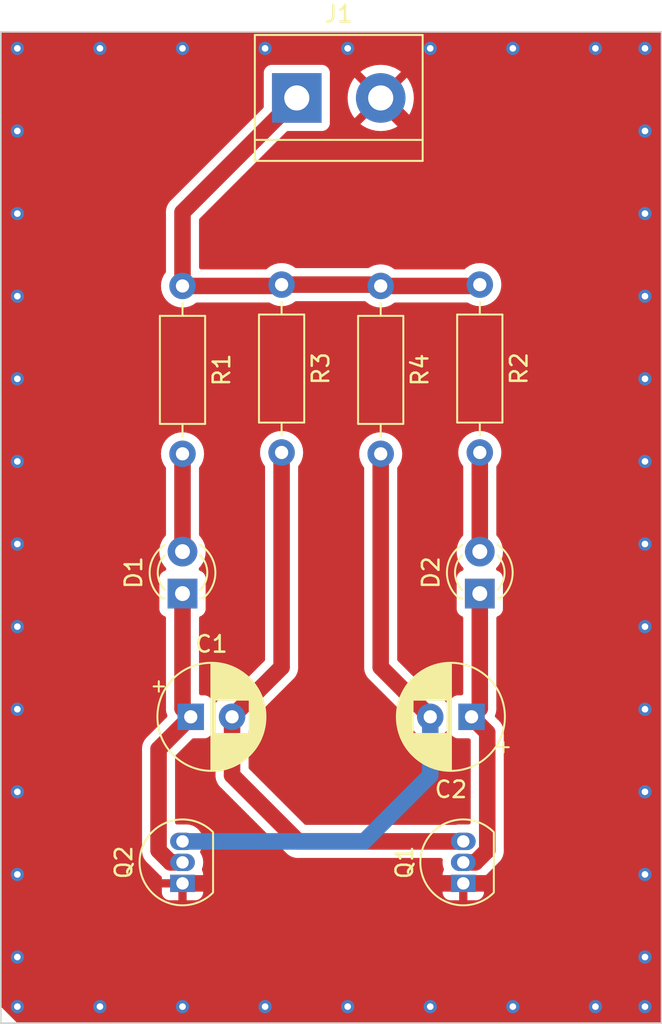
<source format=kicad_pcb>
(kicad_pcb (version 20221018) (generator pcbnew)
  (layers (0 "F.Cu" signal) (31 "B.Cu" signal) (34 "B.Paste" user) (35 "F.Paste" user) (36 "B.SilkS" user "B.Silkscreen") (37 "F.SilkS" user "F.Silkscreen") (38 "B.Mask" user) (39 "F.Mask" user) (44 "Edge.Cuts" user))
  (net 0 "")
  (net 1 "Net-(D1-K)")
  (net 2 "Net-(Q1-B)")
  (net 3 "Net-(D2-K)")
  (net 4 "Net-(Q2-B)")
  (net 5 "Net-(D1-A)")
  (net 6 "Net-(D2-A)")
  (net 7 "GND")
  (net 8 "VCC")
  (footprint "Package_TO_SOT_THT:TO-92_Inline" (layer "F.Cu") (at 110 102.54 90)
    (fp_text reference "Q2" (at 1.27 -3.56 90) (layer "F.SilkS"))
    (fp_text value "2SC1815")
    (fp_line (start -0.53 1.85) (end 3.07 1.85) (stroke (width 0.12)) (layer "F.SilkS"))
    (fp_arc (start -0.568478 1.838478) (mid -1.132087 -0.994977) (end 1.27 -2.6) (stroke (width 0.12)) (layer "F.SilkS"))
    (fp_arc (start 1.27 -2.6) (mid 3.672087 -0.994977) (end 3.108478 1.838478) (stroke (width 0.12)) (layer "F.SilkS"))
    (pad "1" thru_hole rect (at 0 0 90) (size 1.05 1.5) (drill 0.75) (layers "*.Cu" "*.Mask") (net 7 "GND"))
    (pad "2" thru_hole oval (at 1.27 0 90) (size 1.05 1.5) (drill 0.75) (layers "*.Cu" "*.Mask") (net 1 "Net-(D1-K)"))
    (pad "3" thru_hole oval (at 2.54 0 90) (size 1.05 1.5) (drill 0.75) (layers "*.Cu" "*.Mask") (net 4 "Net-(Q2-B)"))
  )
  (footprint "LED_THT:LED_D3.0mm" (layer "F.Cu") (at 110 85 90)
    (fp_text reference "D1" (at 1.27 -2.96 90) (layer "F.SilkS"))
    (fp_text value "LED")
    (fp_line (start -0.29 -1.236) (end -0.29 -1.08) (stroke (width 0.12)) (layer "F.SilkS"))
    (fp_line (start -0.29 1.08) (end -0.29 1.236) (stroke (width 0.12)) (layer "F.SilkS"))
    (fp_arc (start -0.29 -1.235516) (mid 1.366487 -1.987659) (end 2.942335 -1.078608) (stroke (width 0.12)) (layer "F.SilkS"))
    (fp_arc (start 0.229039 -1.08) (mid 1.270117 -1.5) (end 2.31113 -1.079837) (stroke (width 0.12)) (layer "F.SilkS"))
    (fp_arc (start 2.31113 1.079837) (mid 1.270117 1.5) (end 0.229039 1.08) (stroke (width 0.12)) (layer "F.SilkS"))
    (fp_arc (start 2.942335 1.078608) (mid 1.366487 1.987659) (end -0.29 1.235516) (stroke (width 0.12)) (layer "F.SilkS"))
    (pad "1" thru_hole rect (at 0 0 90) (size 1.8 1.8) (drill 0.9) (layers "*.Cu" "*.Mask") (net 1 "Net-(D1-K)"))
    (pad "2" thru_hole circle (at 2.54 0 90) (size 1.8 1.8) (drill 0.9) (layers "*.Cu" "*.Mask") (net 5 "Net-(D1-A)"))
  )
  (footprint "Resistor_THT:R_Axial_DIN0207_L6.3mm_D2.5mm_P10.16mm_Horizontal" (layer "F.Cu") (at 128 66.3 -90)
    (fp_text reference "R2" (at 5.08 -2.37 90) (layer "F.SilkS"))
    (fp_text value "100")
    (fp_line (start 1.04 0) (end 1.81 0) (stroke (width 0.12)) (layer "F.SilkS"))
    (fp_line (start 1.81 -1.37) (end 1.81 1.37) (stroke (width 0.12)) (layer "F.SilkS"))
    (fp_line (start 1.81 1.37) (end 8.35 1.37) (stroke (width 0.12)) (layer "F.SilkS"))
    (fp_line (start 8.35 -1.37) (end 1.81 -1.37) (stroke (width 0.12)) (layer "F.SilkS"))
    (fp_line (start 8.35 1.37) (end 8.35 -1.37) (stroke (width 0.12)) (layer "F.SilkS"))
    (fp_line (start 9.12 0) (end 8.35 0) (stroke (width 0.12)) (layer "F.SilkS"))
    (pad "1" thru_hole circle (at 0 0 270) (size 1.6 1.6) (drill 0.8) (layers "*.Cu" "*.Mask") (net 8 "VCC"))
    (pad "2" thru_hole oval (at 10.16 0 270) (size 1.6 1.6) (drill 0.8) (layers "*.Cu" "*.Mask") (net 6 "Net-(D2-A)"))
  )
  (footprint "Package_TO_SOT_THT:TO-92_Inline" (layer "F.Cu") (at 127 102.54 90)
    (fp_text reference "Q1" (at 1.27 -3.56 90) (layer "F.SilkS"))
    (fp_text value "2SC1815")
    (fp_line (start -0.53 1.85) (end 3.07 1.85) (stroke (width 0.12)) (layer "F.SilkS"))
    (fp_arc (start -0.568478 1.838478) (mid -1.132087 -0.994977) (end 1.27 -2.6) (stroke (width 0.12)) (layer "F.SilkS"))
    (fp_arc (start 1.27 -2.6) (mid 3.672087 -0.994977) (end 3.108478 1.838478) (stroke (width 0.12)) (layer "F.SilkS"))
    (pad "1" thru_hole rect (at 0 0 90) (size 1.05 1.5) (drill 0.75) (layers "*.Cu" "*.Mask") (net 7 "GND"))
    (pad "2" thru_hole oval (at 1.27 0 90) (size 1.05 1.5) (drill 0.75) (layers "*.Cu" "*.Mask") (net 3 "Net-(D2-K)"))
    (pad "3" thru_hole oval (at 2.54 0 90) (size 1.05 1.5) (drill 0.75) (layers "*.Cu" "*.Mask") (net 2 "Net-(Q1-B)"))
  )
  (footprint "Capacitor_THT:CP_Radial_D6.3mm_P2.50mm" (layer "F.Cu") (at 110.5 92.46)
    (fp_text reference "C1" (at 1.25 -4.4) (layer "F.SilkS"))
    (fp_text value "100uF")
    (fp_line (start -2.250241 -1.839) (end -1.620241 -1.839) (stroke (width 0.12)) (layer "F.SilkS"))
    (fp_line (start -1.935241 -2.154) (end -1.935241 -1.524) (stroke (width 0.12)) (layer "F.SilkS"))
    (fp_line (start 1.25 -3.23) (end 1.25 3.23) (stroke (width 0.12)) (layer "F.SilkS"))
    (fp_line (start 1.29 -3.23) (end 1.29 3.23) (stroke (width 0.12)) (layer "F.SilkS"))
    (fp_line (start 1.33 -3.23) (end 1.33 3.23) (stroke (width 0.12)) (layer "F.SilkS"))
    (fp_line (start 1.37 -3.228) (end 1.37 3.228) (stroke (width 0.12)) (layer "F.SilkS"))
    (fp_line (start 1.41 -3.227) (end 1.41 3.227) (stroke (width 0.12)) (layer "F.SilkS"))
    (fp_line (start 1.45 -3.224) (end 1.45 3.224) (stroke (width 0.12)) (layer "F.SilkS"))
    (fp_line (start 1.49 -3.222) (end 1.49 -1.04) (stroke (width 0.12)) (layer "F.SilkS"))
    (fp_line (start 1.49 1.04) (end 1.49 3.222) (stroke (width 0.12)) (layer "F.SilkS"))
    (fp_line (start 1.53 -3.218) (end 1.53 -1.04) (stroke (width 0.12)) (layer "F.SilkS"))
    (fp_line (start 1.53 1.04) (end 1.53 3.218) (stroke (width 0.12)) (layer "F.SilkS"))
    (fp_line (start 1.57 -3.215) (end 1.57 -1.04) (stroke (width 0.12)) (layer "F.SilkS"))
    (fp_line (start 1.57 1.04) (end 1.57 3.215) (stroke (width 0.12)) (layer "F.SilkS"))
    (fp_line (start 1.61 -3.211) (end 1.61 -1.04) (stroke (width 0.12)) (layer "F.SilkS"))
    (fp_line (start 1.61 1.04) (end 1.61 3.211) (stroke (width 0.12)) (layer "F.SilkS"))
    (fp_line (start 1.65 -3.206) (end 1.65 -1.04) (stroke (width 0.12)) (layer "F.SilkS"))
    (fp_line (start 1.65 1.04) (end 1.65 3.206) (stroke (width 0.12)) (layer "F.SilkS"))
    (fp_line (start 1.69 -3.201) (end 1.69 -1.04) (stroke (width 0.12)) (layer "F.SilkS"))
    (fp_line (start 1.69 1.04) (end 1.69 3.201) (stroke (width 0.12)) (layer "F.SilkS"))
    (fp_line (start 1.73 -3.195) (end 1.73 -1.04) (stroke (width 0.12)) (layer "F.SilkS"))
    (fp_line (start 1.73 1.04) (end 1.73 3.195) (stroke (width 0.12)) (layer "F.SilkS"))
    (fp_line (start 1.77 -3.189) (end 1.77 -1.04) (stroke (width 0.12)) (layer "F.SilkS"))
    (fp_line (start 1.77 1.04) (end 1.77 3.189) (stroke (width 0.12)) (layer "F.SilkS"))
    (fp_line (start 1.81 -3.182) (end 1.81 -1.04) (stroke (width 0.12)) (layer "F.SilkS"))
    (fp_line (start 1.81 1.04) (end 1.81 3.182) (stroke (width 0.12)) (layer "F.SilkS"))
    (fp_line (start 1.85 -3.175) (end 1.85 -1.04) (stroke (width 0.12)) (layer "F.SilkS"))
    (fp_line (start 1.85 1.04) (end 1.85 3.175) (stroke (width 0.12)) (layer "F.SilkS"))
    (fp_line (start 1.89 -3.167) (end 1.89 -1.04) (stroke (width 0.12)) (layer "F.SilkS"))
    (fp_line (start 1.89 1.04) (end 1.89 3.167) (stroke (width 0.12)) (layer "F.SilkS"))
    (fp_line (start 1.93 -3.159) (end 1.93 -1.04) (stroke (width 0.12)) (layer "F.SilkS"))
    (fp_line (start 1.93 1.04) (end 1.93 3.159) (stroke (width 0.12)) (layer "F.SilkS"))
    (fp_line (start 1.971 -3.15) (end 1.971 -1.04) (stroke (width 0.12)) (layer "F.SilkS"))
    (fp_line (start 1.971 1.04) (end 1.971 3.15) (stroke (width 0.12)) (layer "F.SilkS"))
    (fp_line (start 2.011 -3.141) (end 2.011 -1.04) (stroke (width 0.12)) (layer "F.SilkS"))
    (fp_line (start 2.011 1.04) (end 2.011 3.141) (stroke (width 0.12)) (layer "F.SilkS"))
    (fp_line (start 2.051 -3.131) (end 2.051 -1.04) (stroke (width 0.12)) (layer "F.SilkS"))
    (fp_line (start 2.051 1.04) (end 2.051 3.131) (stroke (width 0.12)) (layer "F.SilkS"))
    (fp_line (start 2.091 -3.121) (end 2.091 -1.04) (stroke (width 0.12)) (layer "F.SilkS"))
    (fp_line (start 2.091 1.04) (end 2.091 3.121) (stroke (width 0.12)) (layer "F.SilkS"))
    (fp_line (start 2.131 -3.11) (end 2.131 -1.04) (stroke (width 0.12)) (layer "F.SilkS"))
    (fp_line (start 2.131 1.04) (end 2.131 3.11) (stroke (width 0.12)) (layer "F.SilkS"))
    (fp_line (start 2.171 -3.098) (end 2.171 -1.04) (stroke (width 0.12)) (layer "F.SilkS"))
    (fp_line (start 2.171 1.04) (end 2.171 3.098) (stroke (width 0.12)) (layer "F.SilkS"))
    (fp_line (start 2.211 -3.086) (end 2.211 -1.04) (stroke (width 0.12)) (layer "F.SilkS"))
    (fp_line (start 2.211 1.04) (end 2.211 3.086) (stroke (width 0.12)) (layer "F.SilkS"))
    (fp_line (start 2.251 -3.074) (end 2.251 -1.04) (stroke (width 0.12)) (layer "F.SilkS"))
    (fp_line (start 2.251 1.04) (end 2.251 3.074) (stroke (width 0.12)) (layer "F.SilkS"))
    (fp_line (start 2.291 -3.061) (end 2.291 -1.04) (stroke (width 0.12)) (layer "F.SilkS"))
    (fp_line (start 2.291 1.04) (end 2.291 3.061) (stroke (width 0.12)) (layer "F.SilkS"))
    (fp_line (start 2.331 -3.047) (end 2.331 -1.04) (stroke (width 0.12)) (layer "F.SilkS"))
    (fp_line (start 2.331 1.04) (end 2.331 3.047) (stroke (width 0.12)) (layer "F.SilkS"))
    (fp_line (start 2.371 -3.033) (end 2.371 -1.04) (stroke (width 0.12)) (layer "F.SilkS"))
    (fp_line (start 2.371 1.04) (end 2.371 3.033) (stroke (width 0.12)) (layer "F.SilkS"))
    (fp_line (start 2.411 -3.018) (end 2.411 -1.04) (stroke (width 0.12)) (layer "F.SilkS"))
    (fp_line (start 2.411 1.04) (end 2.411 3.018) (stroke (width 0.12)) (layer "F.SilkS"))
    (fp_line (start 2.451 -3.002) (end 2.451 -1.04) (stroke (width 0.12)) (layer "F.SilkS"))
    (fp_line (start 2.451 1.04) (end 2.451 3.002) (stroke (width 0.12)) (layer "F.SilkS"))
    (fp_line (start 2.491 -2.986) (end 2.491 -1.04) (stroke (width 0.12)) (layer "F.SilkS"))
    (fp_line (start 2.491 1.04) (end 2.491 2.986) (stroke (width 0.12)) (layer "F.SilkS"))
    (fp_line (start 2.531 -2.97) (end 2.531 -1.04) (stroke (width 0.12)) (layer "F.SilkS"))
    (fp_line (start 2.531 1.04) (end 2.531 2.97) (stroke (width 0.12)) (layer "F.SilkS"))
    (fp_line (start 2.571 -2.952) (end 2.571 -1.04) (stroke (width 0.12)) (layer "F.SilkS"))
    (fp_line (start 2.571 1.04) (end 2.571 2.952) (stroke (width 0.12)) (layer "F.SilkS"))
    (fp_line (start 2.611 -2.934) (end 2.611 -1.04) (stroke (width 0.12)) (layer "F.SilkS"))
    (fp_line (start 2.611 1.04) (end 2.611 2.934) (stroke (width 0.12)) (layer "F.SilkS"))
    (fp_line (start 2.651 -2.916) (end 2.651 -1.04) (stroke (width 0.12)) (layer "F.SilkS"))
    (fp_line (start 2.651 1.04) (end 2.651 2.916) (stroke (width 0.12)) (layer "F.SilkS"))
    (fp_line (start 2.691 -2.896) (end 2.691 -1.04) (stroke (width 0.12)) (layer "F.SilkS"))
    (fp_line (start 2.691 1.04) (end 2.691 2.896) (stroke (width 0.12)) (layer "F.SilkS"))
    (fp_line (start 2.731 -2.876) (end 2.731 -1.04) (stroke (width 0.12)) (layer "F.SilkS"))
    (fp_line (start 2.731 1.04) (end 2.731 2.876) (stroke (width 0.12)) (layer "F.SilkS"))
    (fp_line (start 2.771 -2.856) (end 2.771 -1.04) (stroke (width 0.12)) (layer "F.SilkS"))
    (fp_line (start 2.771 1.04) (end 2.771 2.856) (stroke (width 0.12)) (layer "F.SilkS"))
    (fp_line (start 2.811 -2.834) (end 2.811 -1.04) (stroke (width 0.12)) (layer "F.SilkS"))
    (fp_line (start 2.811 1.04) (end 2.811 2.834) (stroke (width 0.12)) (layer "F.SilkS"))
    (fp_line (start 2.851 -2.812) (end 2.851 -1.04) (stroke (width 0.12)) (layer "F.SilkS"))
    (fp_line (start 2.851 1.04) (end 2.851 2.812) (stroke (width 0.12)) (layer "F.SilkS"))
    (fp_line (start 2.891 -2.79) (end 2.891 -1.04) (stroke (width 0.12)) (layer "F.SilkS"))
    (fp_line (start 2.891 1.04) (end 2.891 2.79) (stroke (width 0.12)) (layer "F.SilkS"))
    (fp_line (start 2.931 -2.766) (end 2.931 -1.04) (stroke (width 0.12)) (layer "F.SilkS"))
    (fp_line (start 2.931 1.04) (end 2.931 2.766) (stroke (width 0.12)) (layer "F.SilkS"))
    (fp_line (start 2.971 -2.742) (end 2.971 -1.04) (stroke (width 0.12)) (layer "F.SilkS"))
    (fp_line (start 2.971 1.04) (end 2.971 2.742) (stroke (width 0.12)) (layer "F.SilkS"))
    (fp_line (start 3.011 -2.716) (end 3.011 -1.04) (stroke (width 0.12)) (layer "F.SilkS"))
    (fp_line (start 3.011 1.04) (end 3.011 2.716) (stroke (width 0.12)) (layer "F.SilkS"))
    (fp_line (start 3.051 -2.69) (end 3.051 -1.04) (stroke (width 0.12)) (layer "F.SilkS"))
    (fp_line (start 3.051 1.04) (end 3.051 2.69) (stroke (width 0.12)) (layer "F.SilkS"))
    (fp_line (start 3.091 -2.664) (end 3.091 -1.04) (stroke (width 0.12)) (layer "F.SilkS"))
    (fp_line (start 3.091 1.04) (end 3.091 2.664) (stroke (width 0.12)) (layer "F.SilkS"))
    (fp_line (start 3.131 -2.636) (end 3.131 -1.04) (stroke (width 0.12)) (layer "F.SilkS"))
    (fp_line (start 3.131 1.04) (end 3.131 2.636) (stroke (width 0.12)) (layer "F.SilkS"))
    (fp_line (start 3.171 -2.607) (end 3.171 -1.04) (stroke (width 0.12)) (layer "F.SilkS"))
    (fp_line (start 3.171 1.04) (end 3.171 2.607) (stroke (width 0.12)) (layer "F.SilkS"))
    (fp_line (start 3.211 -2.578) (end 3.211 -1.04) (stroke (width 0.12)) (layer "F.SilkS"))
    (fp_line (start 3.211 1.04) (end 3.211 2.578) (stroke (width 0.12)) (layer "F.SilkS"))
    (fp_line (start 3.251 -2.548) (end 3.251 -1.04) (stroke (width 0.12)) (layer "F.SilkS"))
    (fp_line (start 3.251 1.04) (end 3.251 2.548) (stroke (width 0.12)) (layer "F.SilkS"))
    (fp_line (start 3.291 -2.516) (end 3.291 -1.04) (stroke (width 0.12)) (layer "F.SilkS"))
    (fp_line (start 3.291 1.04) (end 3.291 2.516) (stroke (width 0.12)) (layer "F.SilkS"))
    (fp_line (start 3.331 -2.484) (end 3.331 -1.04) (stroke (width 0.12)) (layer "F.SilkS"))
    (fp_line (start 3.331 1.04) (end 3.331 2.484) (stroke (width 0.12)) (layer "F.SilkS"))
    (fp_line (start 3.371 -2.45) (end 3.371 -1.04) (stroke (width 0.12)) (layer "F.SilkS"))
    (fp_line (start 3.371 1.04) (end 3.371 2.45) (stroke (width 0.12)) (layer "F.SilkS"))
    (fp_line (start 3.411 -2.416) (end 3.411 -1.04) (stroke (width 0.12)) (layer "F.SilkS"))
    (fp_line (start 3.411 1.04) (end 3.411 2.416) (stroke (width 0.12)) (layer "F.SilkS"))
    (fp_line (start 3.451 -2.38) (end 3.451 -1.04) (stroke (width 0.12)) (layer "F.SilkS"))
    (fp_line (start 3.451 1.04) (end 3.451 2.38) (stroke (width 0.12)) (layer "F.SilkS"))
    (fp_line (start 3.491 -2.343) (end 3.491 -1.04) (stroke (width 0.12)) (layer "F.SilkS"))
    (fp_line (start 3.491 1.04) (end 3.491 2.343) (stroke (width 0.12)) (layer "F.SilkS"))
    (fp_line (start 3.531 -2.305) (end 3.531 -1.04) (stroke (width 0.12)) (layer "F.SilkS"))
    (fp_line (start 3.531 1.04) (end 3.531 2.305) (stroke (width 0.12)) (layer "F.SilkS"))
    (fp_line (start 3.571 -2.265) (end 3.571 2.265) (stroke (width 0.12)) (layer "F.SilkS"))
    (fp_line (start 3.611 -2.224) (end 3.611 2.224) (stroke (width 0.12)) (layer "F.SilkS"))
    (fp_line (start 3.651 -2.182) (end 3.651 2.182) (stroke (width 0.12)) (layer "F.SilkS"))
    (fp_line (start 3.691 -2.137) (end 3.691 2.137) (stroke (width 0.12)) (layer "F.SilkS"))
    (fp_line (start 3.731 -2.092) (end 3.731 2.092) (stroke (width 0.12)) (layer "F.SilkS"))
    (fp_line (start 3.771 -2.044) (end 3.771 2.044) (stroke (width 0.12)) (layer "F.SilkS"))
    (fp_line (start 3.811 -1.995) (end 3.811 1.995) (stroke (width 0.12)) (layer "F.SilkS"))
    (fp_line (start 3.851 -1.944) (end 3.851 1.944) (stroke (width 0.12)) (layer "F.SilkS"))
    (fp_line (start 3.891 -1.89) (end 3.891 1.89) (stroke (width 0.12)) (layer "F.SilkS"))
    (fp_line (start 3.931 -1.834) (end 3.931 1.834) (stroke (width 0.12)) (layer "F.SilkS"))
    (fp_line (start 3.971 -1.776) (end 3.971 1.776) (stroke (width 0.12)) (layer "F.SilkS"))
    (fp_line (start 4.011 -1.714) (end 4.011 1.714) (stroke (width 0.12)) (layer "F.SilkS"))
    (fp_line (start 4.051 -1.65) (end 4.051 1.65) (stroke (width 0.12)) (layer "F.SilkS"))
    (fp_line (start 4.091 -1.581) (end 4.091 1.581) (stroke (width 0.12)) (layer "F.SilkS"))
    (fp_line (start 4.131 -1.509) (end 4.131 1.509) (stroke (width 0.12)) (layer "F.SilkS"))
    (fp_line (start 4.171 -1.432) (end 4.171 1.432) (stroke (width 0.12)) (layer "F.SilkS"))
    (fp_line (start 4.211 -1.35) (end 4.211 1.35) (stroke (width 0.12)) (layer "F.SilkS"))
    (fp_line (start 4.251 -1.262) (end 4.251 1.262) (stroke (width 0.12)) (layer "F.SilkS"))
    (fp_line (start 4.291 -1.165) (end 4.291 1.165) (stroke (width 0.12)) (layer "F.SilkS"))
    (fp_line (start 4.331 -1.059) (end 4.331 1.059) (stroke (width 0.12)) (layer "F.SilkS"))
    (fp_line (start 4.371 -0.94) (end 4.371 0.94) (stroke (width 0.12)) (layer "F.SilkS"))
    (fp_line (start 4.411 -0.802) (end 4.411 0.802) (stroke (width 0.12)) (layer "F.SilkS"))
    (fp_line (start 4.451 -0.633) (end 4.451 0.633) (stroke (width 0.12)) (layer "F.SilkS"))
    (fp_line (start 4.491 -0.402) (end 4.491 0.402) (stroke (width 0.12)) (layer "F.SilkS"))
    (fp_circle (center 1.25 0) (end 4.52 0) (stroke (width 0.12)) (fill none) (layer "F.SilkS"))
    (pad "1" thru_hole rect (at 0 0) (size 1.6 1.6) (drill 0.8) (layers "*.Cu" "*.Mask") (net 1 "Net-(D1-K)"))
    (pad "2" thru_hole circle (at 2.5 0) (size 1.6 1.6) (drill 0.8) (layers "*.Cu" "*.Mask") (net 2 "Net-(Q1-B)"))
  )
  (footprint "Resistor_THT:R_Axial_DIN0207_L6.3mm_D2.5mm_P10.16mm_Horizontal" (layer "F.Cu") (at 110 66.38 -90)
    (fp_text reference "R1" (at 5.08 -2.37 90) (layer "F.SilkS"))
    (fp_text value "100")
    (fp_line (start 1.04 0) (end 1.81 0) (stroke (width 0.12)) (layer "F.SilkS"))
    (fp_line (start 1.81 -1.37) (end 1.81 1.37) (stroke (width 0.12)) (layer "F.SilkS"))
    (fp_line (start 1.81 1.37) (end 8.35 1.37) (stroke (width 0.12)) (layer "F.SilkS"))
    (fp_line (start 8.35 -1.37) (end 1.81 -1.37) (stroke (width 0.12)) (layer "F.SilkS"))
    (fp_line (start 8.35 1.37) (end 8.35 -1.37) (stroke (width 0.12)) (layer "F.SilkS"))
    (fp_line (start 9.12 0) (end 8.35 0) (stroke (width 0.12)) (layer "F.SilkS"))
    (pad "1" thru_hole circle (at 0 0 270) (size 1.6 1.6) (drill 0.8) (layers "*.Cu" "*.Mask") (net 8 "VCC"))
    (pad "2" thru_hole oval (at 10.16 0 270) (size 1.6 1.6) (drill 0.8) (layers "*.Cu" "*.Mask") (net 5 "Net-(D1-A)"))
  )
  (footprint "LED_THT:LED_D3.0mm" (layer "F.Cu") (at 128 85 90)
    (fp_text reference "D2" (at 1.27 -2.96 90) (layer "F.SilkS"))
    (fp_text value "LED")
    (fp_line (start -0.29 -1.236) (end -0.29 -1.08) (stroke (width 0.12)) (layer "F.SilkS"))
    (fp_line (start -0.29 1.08) (end -0.29 1.236) (stroke (width 0.12)) (layer "F.SilkS"))
    (fp_arc (start -0.29 -1.235516) (mid 1.366487 -1.987659) (end 2.942335 -1.078608) (stroke (width 0.12)) (layer "F.SilkS"))
    (fp_arc (start 0.229039 -1.08) (mid 1.270117 -1.5) (end 2.31113 -1.079837) (stroke (width 0.12)) (layer "F.SilkS"))
    (fp_arc (start 2.31113 1.079837) (mid 1.270117 1.5) (end 0.229039 1.08) (stroke (width 0.12)) (layer "F.SilkS"))
    (fp_arc (start 2.942335 1.078608) (mid 1.366487 1.987659) (end -0.29 1.235516) (stroke (width 0.12)) (layer "F.SilkS"))
    (pad "1" thru_hole rect (at 0 0 90) (size 1.8 1.8) (drill 0.9) (layers "*.Cu" "*.Mask") (net 3 "Net-(D2-K)"))
    (pad "2" thru_hole circle (at 2.54 0 90) (size 1.8 1.8) (drill 0.9) (layers "*.Cu" "*.Mask") (net 6 "Net-(D2-A)"))
  )
  (footprint "Resistor_THT:R_Axial_DIN0207_L6.3mm_D2.5mm_P10.16mm_Horizontal" (layer "F.Cu") (at 116 66.3 -90)
    (fp_text reference "R3" (at 5.08 -2.37 90) (layer "F.SilkS"))
    (fp_text value "10k")
    (fp_line (start 1.04 0) (end 1.81 0) (stroke (width 0.12)) (layer "F.SilkS"))
    (fp_line (start 1.81 -1.37) (end 1.81 1.37) (stroke (width 0.12)) (layer "F.SilkS"))
    (fp_line (start 1.81 1.37) (end 8.35 1.37) (stroke (width 0.12)) (layer "F.SilkS"))
    (fp_line (start 8.35 -1.37) (end 1.81 -1.37) (stroke (width 0.12)) (layer "F.SilkS"))
    (fp_line (start 8.35 1.37) (end 8.35 -1.37) (stroke (width 0.12)) (layer "F.SilkS"))
    (fp_line (start 9.12 0) (end 8.35 0) (stroke (width 0.12)) (layer "F.SilkS"))
    (pad "1" thru_hole circle (at 0 0 270) (size 1.6 1.6) (drill 0.8) (layers "*.Cu" "*.Mask") (net 8 "VCC"))
    (pad "2" thru_hole oval (at 10.16 0 270) (size 1.6 1.6) (drill 0.8) (layers "*.Cu" "*.Mask") (net 2 "Net-(Q1-B)"))
  )
  (footprint "Resistor_THT:R_Axial_DIN0207_L6.3mm_D2.5mm_P10.16mm_Horizontal" (layer "F.Cu") (at 122 66.38 -90)
    (fp_text reference "R4" (at 5.08 -2.37 90) (layer "F.SilkS"))
    (fp_text value "10k")
    (fp_line (start 1.04 0) (end 1.81 0) (stroke (width 0.12)) (layer "F.SilkS"))
    (fp_line (start 1.81 -1.37) (end 1.81 1.37) (stroke (width 0.12)) (layer "F.SilkS"))
    (fp_line (start 1.81 1.37) (end 8.35 1.37) (stroke (width 0.12)) (layer "F.SilkS"))
    (fp_line (start 8.35 -1.37) (end 1.81 -1.37) (stroke (width 0.12)) (layer "F.SilkS"))
    (fp_line (start 8.35 1.37) (end 8.35 -1.37) (stroke (width 0.12)) (layer "F.SilkS"))
    (fp_line (start 9.12 0) (end 8.35 0) (stroke (width 0.12)) (layer "F.SilkS"))
    (pad "1" thru_hole circle (at 0 0 270) (size 1.6 1.6) (drill 0.8) (layers "*.Cu" "*.Mask") (net 8 "VCC"))
    (pad "2" thru_hole oval (at 10.16 0 270) (size 1.6 1.6) (drill 0.8) (layers "*.Cu" "*.Mask") (net 4 "Net-(Q2-B)"))
  )
  (footprint "TerminalBlock:TerminalBlock_bornier-2_P5.08mm" (layer "F.Cu") (at 116.92 55)
    (fp_text reference "J1" (at 2.54 -5.08) (layer "F.SilkS"))
    (fp_text value "Screw_Terminal_01x02")
    (fp_line (start -2.54 -3.81) (end -2.54 3.81) (stroke (width 0.12)) (layer "F.SilkS"))
    (fp_line (start -2.54 3.81) (end 7.62 3.81) (stroke (width 0.12)) (layer "F.SilkS"))
    (fp_line (start 7.62 -3.81) (end -2.54 -3.81) (stroke (width 0.12)) (layer "F.SilkS"))
    (fp_line (start 7.62 2.54) (end -2.54 2.54) (stroke (width 0.12)) (layer "F.SilkS"))
    (fp_line (start 7.62 3.81) (end 7.62 -3.81) (stroke (width 0.12)) (layer "F.SilkS"))
    (pad "1" thru_hole rect (at 0 0) (size 3 3) (drill 1.52) (layers "*.Cu" "*.Mask") (net 8 "VCC"))
    (pad "2" thru_hole circle (at 5.08 0) (size 3 3) (drill 1.52) (layers "*.Cu" "*.Mask") (net 7 "GND"))
  )
  (footprint "Capacitor_THT:CP_Radial_D6.3mm_P2.50mm" (layer "F.Cu") (at 127.5 92.46 180)
    (fp_text reference "C2" (at 1.25 -4.4) (layer "F.SilkS"))
    (fp_text value "100uF")
    (fp_line (start -2.250241 -1.839) (end -1.620241 -1.839) (stroke (width 0.12)) (layer "F.SilkS"))
    (fp_line (start -1.935241 -2.154) (end -1.935241 -1.524) (stroke (width 0.12)) (layer "F.SilkS"))
    (fp_line (start 1.25 -3.23) (end 1.25 3.23) (stroke (width 0.12)) (layer "F.SilkS"))
    (fp_line (start 1.29 -3.23) (end 1.29 3.23) (stroke (width 0.12)) (layer "F.SilkS"))
    (fp_line (start 1.33 -3.23) (end 1.33 3.23) (stroke (width 0.12)) (layer "F.SilkS"))
    (fp_line (start 1.37 -3.228) (end 1.37 3.228) (stroke (width 0.12)) (layer "F.SilkS"))
    (fp_line (start 1.41 -3.227) (end 1.41 3.227) (stroke (width 0.12)) (layer "F.SilkS"))
    (fp_line (start 1.45 -3.224) (end 1.45 3.224) (stroke (width 0.12)) (layer "F.SilkS"))
    (fp_line (start 1.49 -3.222) (end 1.49 -1.04) (stroke (width 0.12)) (layer "F.SilkS"))
    (fp_line (start 1.49 1.04) (end 1.49 3.222) (stroke (width 0.12)) (layer "F.SilkS"))
    (fp_line (start 1.53 -3.218) (end 1.53 -1.04) (stroke (width 0.12)) (layer "F.SilkS"))
    (fp_line (start 1.53 1.04) (end 1.53 3.218) (stroke (width 0.12)) (layer "F.SilkS"))
    (fp_line (start 1.57 -3.215) (end 1.57 -1.04) (stroke (width 0.12)) (layer "F.SilkS"))
    (fp_line (start 1.57 1.04) (end 1.57 3.215) (stroke (width 0.12)) (layer "F.SilkS"))
    (fp_line (start 1.61 -3.211) (end 1.61 -1.04) (stroke (width 0.12)) (layer "F.SilkS"))
    (fp_line (start 1.61 1.04) (end 1.61 3.211) (stroke (width 0.12)) (layer "F.SilkS"))
    (fp_line (start 1.65 -3.206) (end 1.65 -1.04) (stroke (width 0.12)) (layer "F.SilkS"))
    (fp_line (start 1.65 1.04) (end 1.65 3.206) (stroke (width 0.12)) (layer "F.SilkS"))
    (fp_line (start 1.69 -3.201) (end 1.69 -1.04) (stroke (width 0.12)) (layer "F.SilkS"))
    (fp_line (start 1.69 1.04) (end 1.69 3.201) (stroke (width 0.12)) (layer "F.SilkS"))
    (fp_line (start 1.73 -3.195) (end 1.73 -1.04) (stroke (width 0.12)) (layer "F.SilkS"))
    (fp_line (start 1.73 1.04) (end 1.73 3.195) (stroke (width 0.12)) (layer "F.SilkS"))
    (fp_line (start 1.77 -3.189) (end 1.77 -1.04) (stroke (width 0.12)) (layer "F.SilkS"))
    (fp_line (start 1.77 1.04) (end 1.77 3.189) (stroke (width 0.12)) (layer "F.SilkS"))
    (fp_line (start 1.81 -3.182) (end 1.81 -1.04) (stroke (width 0.12)) (layer "F.SilkS"))
    (fp_line (start 1.81 1.04) (end 1.81 3.182) (stroke (width 0.12)) (layer "F.SilkS"))
    (fp_line (start 1.85 -3.175) (end 1.85 -1.04) (stroke (width 0.12)) (layer "F.SilkS"))
    (fp_line (start 1.85 1.04) (end 1.85 3.175) (stroke (width 0.12)) (layer "F.SilkS"))
    (fp_line (start 1.89 -3.167) (end 1.89 -1.04) (stroke (width 0.12)) (layer "F.SilkS"))
    (fp_line (start 1.89 1.04) (end 1.89 3.167) (stroke (width 0.12)) (layer "F.SilkS"))
    (fp_line (start 1.93 -3.159) (end 1.93 -1.04) (stroke (width 0.12)) (layer "F.SilkS"))
    (fp_line (start 1.93 1.04) (end 1.93 3.159) (stroke (width 0.12)) (layer "F.SilkS"))
    (fp_line (start 1.971 -3.15) (end 1.971 -1.04) (stroke (width 0.12)) (layer "F.SilkS"))
    (fp_line (start 1.971 1.04) (end 1.971 3.15) (stroke (width 0.12)) (layer "F.SilkS"))
    (fp_line (start 2.011 -3.141) (end 2.011 -1.04) (stroke (width 0.12)) (layer "F.SilkS"))
    (fp_line (start 2.011 1.04) (end 2.011 3.141) (stroke (width 0.12)) (layer "F.SilkS"))
    (fp_line (start 2.051 -3.131) (end 2.051 -1.04) (stroke (width 0.12)) (layer "F.SilkS"))
    (fp_line (start 2.051 1.04) (end 2.051 3.131) (stroke (width 0.12)) (layer "F.SilkS"))
    (fp_line (start 2.091 -3.121) (end 2.091 -1.04) (stroke (width 0.12)) (layer "F.SilkS"))
    (fp_line (start 2.091 1.04) (end 2.091 3.121) (stroke (width 0.12)) (layer "F.SilkS"))
    (fp_line (start 2.131 -3.11) (end 2.131 -1.04) (stroke (width 0.12)) (layer "F.SilkS"))
    (fp_line (start 2.131 1.04) (end 2.131 3.11) (stroke (width 0.12)) (layer "F.SilkS"))
    (fp_line (start 2.171 -3.098) (end 2.171 -1.04) (stroke (width 0.12)) (layer "F.SilkS"))
    (fp_line (start 2.171 1.04) (end 2.171 3.098) (stroke (width 0.12)) (layer "F.SilkS"))
    (fp_line (start 2.211 -3.086) (end 2.211 -1.04) (stroke (width 0.12)) (layer "F.SilkS"))
    (fp_line (start 2.211 1.04) (end 2.211 3.086) (stroke (width 0.12)) (layer "F.SilkS"))
    (fp_line (start 2.251 -3.074) (end 2.251 -1.04) (stroke (width 0.12)) (layer "F.SilkS"))
    (fp_line (start 2.251 1.04) (end 2.251 3.074) (stroke (width 0.12)) (layer "F.SilkS"))
    (fp_line (start 2.291 -3.061) (end 2.291 -1.04) (stroke (width 0.12)) (layer "F.SilkS"))
    (fp_line (start 2.291 1.04) (end 2.291 3.061) (stroke (width 0.12)) (layer "F.SilkS"))
    (fp_line (start 2.331 -3.047) (end 2.331 -1.04) (stroke (width 0.12)) (layer "F.SilkS"))
    (fp_line (start 2.331 1.04) (end 2.331 3.047) (stroke (width 0.12)) (layer "F.SilkS"))
    (fp_line (start 2.371 -3.033) (end 2.371 -1.04) (stroke (width 0.12)) (layer "F.SilkS"))
    (fp_line (start 2.371 1.04) (end 2.371 3.033) (stroke (width 0.12)) (layer "F.SilkS"))
    (fp_line (start 2.411 -3.018) (end 2.411 -1.04) (stroke (width 0.12)) (layer "F.SilkS"))
    (fp_line (start 2.411 1.04) (end 2.411 3.018) (stroke (width 0.12)) (layer "F.SilkS"))
    (fp_line (start 2.451 -3.002) (end 2.451 -1.04) (stroke (width 0.12)) (layer "F.SilkS"))
    (fp_line (start 2.451 1.04) (end 2.451 3.002) (stroke (width 0.12)) (layer "F.SilkS"))
    (fp_line (start 2.491 -2.986) (end 2.491 -1.04) (stroke (width 0.12)) (layer "F.SilkS"))
    (fp_line (start 2.491 1.04) (end 2.491 2.986) (stroke (width 0.12)) (layer "F.SilkS"))
    (fp_line (start 2.531 -2.97) (end 2.531 -1.04) (stroke (width 0.12)) (layer "F.SilkS"))
    (fp_line (start 2.531 1.04) (end 2.531 2.97) (stroke (width 0.12)) (layer "F.SilkS"))
    (fp_line (start 2.571 -2.952) (end 2.571 -1.04) (stroke (width 0.12)) (layer "F.SilkS"))
    (fp_line (start 2.571 1.04) (end 2.571 2.952) (stroke (width 0.12)) (layer "F.SilkS"))
    (fp_line (start 2.611 -2.934) (end 2.611 -1.04) (stroke (width 0.12)) (layer "F.SilkS"))
    (fp_line (start 2.611 1.04) (end 2.611 2.934) (stroke (width 0.12)) (layer "F.SilkS"))
    (fp_line (start 2.651 -2.916) (end 2.651 -1.04) (stroke (width 0.12)) (layer "F.SilkS"))
    (fp_line (start 2.651 1.04) (end 2.651 2.916) (stroke (width 0.12)) (layer "F.SilkS"))
    (fp_line (start 2.691 -2.896) (end 2.691 -1.04) (stroke (width 0.12)) (layer "F.SilkS"))
    (fp_line (start 2.691 1.04) (end 2.691 2.896) (stroke (width 0.12)) (layer "F.SilkS"))
    (fp_line (start 2.731 -2.876) (end 2.731 -1.04) (stroke (width 0.12)) (layer "F.SilkS"))
    (fp_line (start 2.731 1.04) (end 2.731 2.876) (stroke (width 0.12)) (layer "F.SilkS"))
    (fp_line (start 2.771 -2.856) (end 2.771 -1.04) (stroke (width 0.12)) (layer "F.SilkS"))
    (fp_line (start 2.771 1.04) (end 2.771 2.856) (stroke (width 0.12)) (layer "F.SilkS"))
    (fp_line (start 2.811 -2.834) (end 2.811 -1.04) (stroke (width 0.12)) (layer "F.SilkS"))
    (fp_line (start 2.811 1.04) (end 2.811 2.834) (stroke (width 0.12)) (layer "F.SilkS"))
    (fp_line (start 2.851 -2.812) (end 2.851 -1.04) (stroke (width 0.12)) (layer "F.SilkS"))
    (fp_line (start 2.851 1.04) (end 2.851 2.812) (stroke (width 0.12)) (layer "F.SilkS"))
    (fp_line (start 2.891 -2.79) (end 2.891 -1.04) (stroke (width 0.12)) (layer "F.SilkS"))
    (fp_line (start 2.891 1.04) (end 2.891 2.79) (stroke (width 0.12)) (layer "F.SilkS"))
    (fp_line (start 2.931 -2.766) (end 2.931 -1.04) (stroke (width 0.12)) (layer "F.SilkS"))
    (fp_line (start 2.931 1.04) (end 2.931 2.766) (stroke (width 0.12)) (layer "F.SilkS"))
    (fp_line (start 2.971 -2.742) (end 2.971 -1.04) (stroke (width 0.12)) (layer "F.SilkS"))
    (fp_line (start 2.971 1.04) (end 2.971 2.742) (stroke (width 0.12)) (layer "F.SilkS"))
    (fp_line (start 3.011 -2.716) (end 3.011 -1.04) (stroke (width 0.12)) (layer "F.SilkS"))
    (fp_line (start 3.011 1.04) (end 3.011 2.716) (stroke (width 0.12)) (layer "F.SilkS"))
    (fp_line (start 3.051 -2.69) (end 3.051 -1.04) (stroke (width 0.12)) (layer "F.SilkS"))
    (fp_line (start 3.051 1.04) (end 3.051 2.69) (stroke (width 0.12)) (layer "F.SilkS"))
    (fp_line (start 3.091 -2.664) (end 3.091 -1.04) (stroke (width 0.12)) (layer "F.SilkS"))
    (fp_line (start 3.091 1.04) (end 3.091 2.664) (stroke (width 0.12)) (layer "F.SilkS"))
    (fp_line (start 3.131 -2.636) (end 3.131 -1.04) (stroke (width 0.12)) (layer "F.SilkS"))
    (fp_line (start 3.131 1.04) (end 3.131 2.636) (stroke (width 0.12)) (layer "F.SilkS"))
    (fp_line (start 3.171 -2.607) (end 3.171 -1.04) (stroke (width 0.12)) (layer "F.SilkS"))
    (fp_line (start 3.171 1.04) (end 3.171 2.607) (stroke (width 0.12)) (layer "F.SilkS"))
    (fp_line (start 3.211 -2.578) (end 3.211 -1.04) (stroke (width 0.12)) (layer "F.SilkS"))
    (fp_line (start 3.211 1.04) (end 3.211 2.578) (stroke (width 0.12)) (layer "F.SilkS"))
    (fp_line (start 3.251 -2.548) (end 3.251 -1.04) (stroke (width 0.12)) (layer "F.SilkS"))
    (fp_line (start 3.251 1.04) (end 3.251 2.548) (stroke (width 0.12)) (layer "F.SilkS"))
    (fp_line (start 3.291 -2.516) (end 3.291 -1.04) (stroke (width 0.12)) (layer "F.SilkS"))
    (fp_line (start 3.291 1.04) (end 3.291 2.516) (stroke (width 0.12)) (layer "F.SilkS"))
    (fp_line (start 3.331 -2.484) (end 3.331 -1.04) (stroke (width 0.12)) (layer "F.SilkS"))
    (fp_line (start 3.331 1.04) (end 3.331 2.484) (stroke (width 0.12)) (layer "F.SilkS"))
    (fp_line (start 3.371 -2.45) (end 3.371 -1.04) (stroke (width 0.12)) (layer "F.SilkS"))
    (fp_line (start 3.371 1.04) (end 3.371 2.45) (stroke (width 0.12)) (layer "F.SilkS"))
    (fp_line (start 3.411 -2.416) (end 3.411 -1.04) (stroke (width 0.12)) (layer "F.SilkS"))
    (fp_line (start 3.411 1.04) (end 3.411 2.416) (stroke (width 0.12)) (layer "F.SilkS"))
    (fp_line (start 3.451 -2.38) (end 3.451 -1.04) (stroke (width 0.12)) (layer "F.SilkS"))
    (fp_line (start 3.451 1.04) (end 3.451 2.38) (stroke (width 0.12)) (layer "F.SilkS"))
    (fp_line (start 3.491 -2.343) (end 3.491 -1.04) (stroke (width 0.12)) (layer "F.SilkS"))
    (fp_line (start 3.491 1.04) (end 3.491 2.343) (stroke (width 0.12)) (layer "F.SilkS"))
    (fp_line (start 3.531 -2.305) (end 3.531 -1.04) (stroke (width 0.12)) (layer "F.SilkS"))
    (fp_line (start 3.531 1.04) (end 3.531 2.305) (stroke (width 0.12)) (layer "F.SilkS"))
    (fp_line (start 3.571 -2.265) (end 3.571 2.265) (stroke (width 0.12)) (layer "F.SilkS"))
    (fp_line (start 3.611 -2.224) (end 3.611 2.224) (stroke (width 0.12)) (layer "F.SilkS"))
    (fp_line (start 3.651 -2.182) (end 3.651 2.182) (stroke (width 0.12)) (layer "F.SilkS"))
    (fp_line (start 3.691 -2.137) (end 3.691 2.137) (stroke (width 0.12)) (layer "F.SilkS"))
    (fp_line (start 3.731 -2.092) (end 3.731 2.092) (stroke (width 0.12)) (layer "F.SilkS"))
    (fp_line (start 3.771 -2.044) (end 3.771 2.044) (stroke (width 0.12)) (layer "F.SilkS"))
    (fp_line (start 3.811 -1.995) (end 3.811 1.995) (stroke (width 0.12)) (layer "F.SilkS"))
    (fp_line (start 3.851 -1.944) (end 3.851 1.944) (stroke (width 0.12)) (layer "F.SilkS"))
    (fp_line (start 3.891 -1.89) (end 3.891 1.89) (stroke (width 0.12)) (layer "F.SilkS"))
    (fp_line (start 3.931 -1.834) (end 3.931 1.834) (stroke (width 0.12)) (layer "F.SilkS"))
    (fp_line (start 3.971 -1.776) (end 3.971 1.776) (stroke (width 0.12)) (layer "F.SilkS"))
    (fp_line (start 4.011 -1.714) (end 4.011 1.714) (stroke (width 0.12)) (layer "F.SilkS"))
    (fp_line (start 4.051 -1.65) (end 4.051 1.65) (stroke (width 0.12)) (layer "F.SilkS"))
    (fp_line (start 4.091 -1.581) (end 4.091 1.581) (stroke (width 0.12)) (layer "F.SilkS"))
    (fp_line (start 4.131 -1.509) (end 4.131 1.509) (stroke (width 0.12)) (layer "F.SilkS"))
    (fp_line (start 4.171 -1.432) (end 4.171 1.432) (stroke (width 0.12)) (layer "F.SilkS"))
    (fp_line (start 4.211 -1.35) (end 4.211 1.35) (stroke (width 0.12)) (layer "F.SilkS"))
    (fp_line (start 4.251 -1.262) (end 4.251 1.262) (stroke (width 0.12)) (layer "F.SilkS"))
    (fp_line (start 4.291 -1.165) (end 4.291 1.165) (stroke (width 0.12)) (layer "F.SilkS"))
    (fp_line (start 4.331 -1.059) (end 4.331 1.059) (stroke (width 0.12)) (layer "F.SilkS"))
    (fp_line (start 4.371 -0.94) (end 4.371 0.94) (stroke (width 0.12)) (layer "F.SilkS"))
    (fp_line (start 4.411 -0.802) (end 4.411 0.802) (stroke (width 0.12)) (layer "F.SilkS"))
    (fp_line (start 4.451 -0.633) (end 4.451 0.633) (stroke (width 0.12)) (layer "F.SilkS"))
    (fp_line (start 4.491 -0.402) (end 4.491 0.402) (stroke (width 0.12)) (layer "F.SilkS"))
    (fp_circle (center 1.25 0) (end 4.52 0) (stroke (width 0.12)) (fill none) (layer "F.SilkS"))
    (pad "1" thru_hole rect (at 0 0 180) (size 1.6 1.6) (drill 0.8) (layers "*.Cu" "*.Mask") (net 3 "Net-(D2-K)"))
    (pad "2" thru_hole circle (at 2.5 0 180) (size 1.6 1.6) (drill 0.8) (layers "*.Cu" "*.Mask") (net 4 "Net-(Q2-B)"))
  )
  (gr_line (start 139 111) (end 139 51) (stroke (width 0.1)) (layer "Edge.Cuts"))
  (gr_line (start 99 51) (end 99 111) (stroke (width 0.1)) (layer "Edge.Cuts"))
  (gr_line (start 99 111) (end 139 111) (stroke (width 0.1)) (layer "Edge.Cuts"))
  (gr_line (start 139 51) (end 99 51) (stroke (width 0.1)) (layer "Edge.Cuts"))
  (segment (start 110 91.96) (end 110.5 92.46) (width 1) (layer "F.Cu") (net 1))
  (segment (start 108.55 100.55) (end 109.27 101.27) (width 1) (layer "F.Cu") (net 1))
  (segment (start 109.27 101.27) (end 110 101.27) (width 1) (layer "F.Cu") (net 1))
  (segment (start 110.5 92.46) (end 108.55 94.41) (width 1) (layer "F.Cu") (net 1))
  (segment (start 108.55 94.41) (end 108.55 100.55) (width 1) (layer "F.Cu") (net 1))
  (segment (start 110 85) (end 110 91.96) (width 1) (layer "F.Cu") (net 1))
  (segment (start 113 96) (end 113 92.46) (width 1) (layer "F.Cu") (net 2))
  (segment (start 117 100) (end 113 96) (width 1) (layer "F.Cu") (net 2))
  (segment (start 116 76.46) (end 116 89.46) (width 1) (layer "F.Cu") (net 2))
  (segment (start 127 100) (end 117 100) (width 1) (layer "F.Cu") (net 2))
  (segment (start 116 89.46) (end 113 92.46) (width 1) (layer "F.Cu") (net 2))
  (segment (start 127.5 92.46) (end 128.45 93.41) (width 1) (layer "F.Cu") (net 3))
  (segment (start 128.45 100.55) (end 127.73 101.27) (width 1) (layer "F.Cu") (net 3))
  (segment (start 128.45 93.41) (end 128.45 100.55) (width 1) (layer "F.Cu") (net 3))
  (segment (start 128 91.96) (end 127.5 92.46) (width 1) (layer "F.Cu") (net 3))
  (segment (start 127.73 101.27) (end 127 101.27) (width 1) (layer "F.Cu") (net 3))
  (segment (start 128 85) (end 128 91.96) (width 1) (layer "F.Cu") (net 3))
  (segment (start 122 89.46) (end 125 92.46) (width 1) (layer "F.Cu") (net 4))
  (segment (start 122 76.54) (end 122 89.46) (width 1) (layer "F.Cu") (net 4))
  (segment (start 121 100) (end 110 100) (width 1) (layer "B.Cu") (net 4))
  (segment (start 125 96) (end 121 100) (width 1) (layer "B.Cu") (net 4))
  (segment (start 125 92.46) (end 125 96) (width 1) (layer "B.Cu") (net 4))
  (segment (start 110 76.54) (end 110 82.46) (width 1) (layer "F.Cu") (net 5))
  (segment (start 128 76.46) (end 128 82.46) (width 1) (layer "F.Cu") (net 6))
  (segment (start 131 64) (end 122 55) (width 1) (layer "F.Cu") (net 7))
  (segment (start 130.105 102.54) (end 131 101.645) (width 1) (layer "F.Cu") (net 7))
  (segment (start 127 102.54) (end 130.105 102.54) (width 1) (layer "F.Cu") (net 7))
  (segment (start 131 101.645) (end 131 64) (width 1) (layer "F.Cu") (net 7))
  (segment (start 110 102.54) (end 127 102.54) (width 1) (layer "F.Cu") (net 7))
  (via (at 138 87) (size 0.8) (drill 0.4) (layers "F.Cu" "B.Cu") (net 7))
  (via (at 100 72) (size 0.8) (drill 0.4) (layers "F.Cu" "B.Cu") (net 7))
  (via (at 130 110) (size 0.8) (drill 0.4) (layers "F.Cu" "B.Cu") (net 7))
  (via (at 100 92) (size 0.8) (drill 0.4) (layers "F.Cu" "B.Cu") (net 7))
  (via (at 100 77) (size 0.8) (drill 0.4) (layers "F.Cu" "B.Cu") (net 7))
  (via (at 125 52) (size 0.8) (drill 0.4) (layers "F.Cu" "B.Cu") (net 7))
  (via (at 138 77) (size 0.8) (drill 0.4) (layers "F.Cu" "B.Cu") (net 7))
  (via (at 100 102) (size 0.8) (drill 0.4) (layers "F.Cu" "B.Cu") (net 7))
  (via (at 138 67) (size 0.8) (drill 0.4) (layers "F.Cu" "B.Cu") (net 7))
  (via (at 105 110) (size 0.8) (drill 0.4) (layers "F.Cu" "B.Cu") (net 7))
  (via (at 135 110) (size 0.8) (drill 0.4) (layers "F.Cu" "B.Cu") (net 7))
  (via (at 120 110) (size 0.8) (drill 0.4) (layers "F.Cu" "B.Cu") (net 7))
  (via (at 115 110) (size 0.8) (drill 0.4) (layers "F.Cu" "B.Cu") (net 7))
  (via (at 100 87) (size 0.8) (drill 0.4) (layers "F.Cu" "B.Cu") (net 7))
  (via (at 100 110) (size 0.8) (drill 0.4) (layers "F.Cu" "B.Cu") (net 7))
  (via (at 138 57) (size 0.8) (drill 0.4) (layers "F.Cu" "B.Cu") (net 7))
  (via (at 138 62) (size 0.8) (drill 0.4) (layers "F.Cu" "B.Cu") (net 7))
  (via (at 110 110) (size 0.8) (drill 0.4) (layers "F.Cu" "B.Cu") (net 7))
  (via (at 100 67) (size 0.8) (drill 0.4) (layers "F.Cu" "B.Cu") (net 7))
  (via (at 138 82) (size 0.8) (drill 0.4) (layers "F.Cu" "B.Cu") (net 7))
  (via (at 138 72) (size 0.8) (drill 0.4) (layers "F.Cu" "B.Cu") (net 7))
  (via (at 100 82) (size 0.8) (drill 0.4) (layers "F.Cu" "B.Cu") (net 7))
  (via (at 105 52) (size 0.8) (drill 0.4) (layers "F.Cu" "B.Cu") (net 7))
  (via (at 100 57) (size 0.8) (drill 0.4) (layers "F.Cu" "B.Cu") (net 7))
  (via (at 100 97) (size 0.8) (drill 0.4) (layers "F.Cu" "B.Cu") (net 7))
  (via (at 100 62) (size 0.8) (drill 0.4) (layers "F.Cu" "B.Cu") (net 7))
  (via (at 115 52) (size 0.8) (drill 0.4) (layers "F.Cu" "B.Cu") (net 7))
  (via (at 138 92) (size 0.8) (drill 0.4) (layers "F.Cu" "B.Cu") (net 7))
  (via (at 120 52) (size 0.8) (drill 0.4) (layers "F.Cu" "B.Cu") (net 7))
  (via (at 100 107) (size 0.8) (drill 0.4) (layers "F.Cu" "B.Cu") (net 7))
  (via (at 138 107) (size 0.8) (drill 0.4) (layers "F.Cu" "B.Cu") (net 7))
  (via (at 100 52) (size 0.8) (drill 0.4) (layers "F.Cu" "B.Cu") (net 7))
  (via (at 138 97) (size 0.8) (drill 0.4) (layers "F.Cu" "B.Cu") (net 7))
  (via (at 130 52) (size 0.8) (drill 0.4) (layers "F.Cu" "B.Cu") (net 7))
  (via (at 138 110) (size 0.8) (drill 0.4) (layers "F.Cu" "B.Cu") (net 7))
  (via (at 138 102) (size 0.8) (drill 0.4) (layers "F.Cu" "B.Cu") (net 7))
  (via (at 125 110) (size 0.8) (drill 0.4) (layers "F.Cu" "B.Cu") (net 7))
  (via (at 138 52) (size 0.8) (drill 0.4) (layers "F.Cu" "B.Cu") (net 7))
  (via (at 110 52) (size 0.8) (drill 0.4) (layers "F.Cu" "B.Cu") (net 7))
  (via (at 135 52) (size 0.8) (drill 0.4) (layers "F.Cu" "B.Cu") (net 7))
  (segment (start 121.92 66.3) (end 122 66.38) (width 1) (layer "F.Cu") (net 8))
  (segment (start 110 66.38) (end 115.92 66.38) (width 1) (layer "F.Cu") (net 8))
  (segment (start 116 66.3) (end 121.92 66.3) (width 1) (layer "F.Cu") (net 8))
  (segment (start 115.92 66.38) (end 116 66.3) (width 1) (layer "F.Cu") (net 8))
  (segment (start 122 66.38) (end 127.92 66.38) (width 1) (layer "F.Cu") (net 8))
  (segment (start 116.92 55) (end 110 61.92) (width 1) (layer "F.Cu") (net 8))
  (segment (start 127.92 66.38) (end 128 66.3) (width 1) (layer "F.Cu") (net 8))
  (segment (start 110 61.92) (end 110 66.38) (width 1) (layer "F.Cu") (net 8))
  (zone (net 7) (net_name "GND") (layer "F.Cu") (connect_pads (clearance 0.5)) (min_thickness 0.25) (fill yes (thermal_gap 0.5) (thermal_bridge_width 0.5))
    (polygon (pts (xy 99 51) (xy 139 51) (xy 139 111) (xy 100 111) (xy 99 110)))
  )
)
</source>
